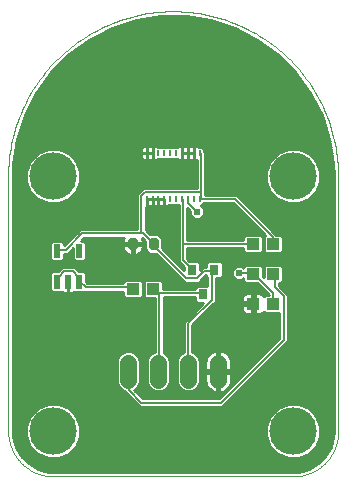
<source format=gtl>
G75*
%MOIN*%
%OFA0B0*%
%FSLAX25Y25*%
%IPPOS*%
%LPD*%
%AMOC8*
5,1,8,0,0,1.08239X$1,22.5*
%
%ADD10R,0.00787X0.01969*%
%ADD11C,0.00000*%
%ADD12C,0.05543*%
%ADD13C,0.15811*%
%ADD14R,0.04331X0.03937*%
%ADD15R,0.03150X0.03543*%
%ADD16C,0.02830*%
%ADD17R,0.02165X0.04724*%
%ADD18C,0.01000*%
%ADD19C,0.02400*%
%ADD20C,0.00600*%
D10*
X0052932Y0111432D03*
X0054901Y0111432D03*
X0056869Y0111432D03*
X0058838Y0111432D03*
X0060806Y0111432D03*
X0062775Y0111432D03*
X0064743Y0111432D03*
X0066712Y0111432D03*
X0068680Y0111432D03*
X0070649Y0111432D03*
X0070649Y0126786D03*
X0068680Y0126786D03*
X0066712Y0126786D03*
X0064743Y0126786D03*
X0062775Y0126786D03*
X0060806Y0126786D03*
X0058838Y0126786D03*
X0056869Y0126786D03*
X0054901Y0126786D03*
X0052932Y0126786D03*
D11*
X0006800Y0119006D02*
X0006816Y0120345D01*
X0006865Y0121684D01*
X0006947Y0123021D01*
X0007061Y0124355D01*
X0007207Y0125687D01*
X0007386Y0127014D01*
X0007597Y0128337D01*
X0007841Y0129654D01*
X0008116Y0130965D01*
X0008423Y0132268D01*
X0008762Y0133564D01*
X0009132Y0134851D01*
X0009533Y0136129D01*
X0009966Y0137397D01*
X0010429Y0138654D01*
X0010923Y0139899D01*
X0011447Y0141132D01*
X0012000Y0142351D01*
X0012584Y0143557D01*
X0013196Y0144748D01*
X0013837Y0145924D01*
X0014507Y0147084D01*
X0015205Y0148227D01*
X0015930Y0149353D01*
X0016683Y0150461D01*
X0017462Y0151551D01*
X0018268Y0152621D01*
X0019099Y0153671D01*
X0019956Y0154700D01*
X0020838Y0155709D01*
X0021743Y0156695D01*
X0022673Y0157659D01*
X0023626Y0158601D01*
X0024601Y0159519D01*
X0025599Y0160412D01*
X0026618Y0161282D01*
X0027658Y0162126D01*
X0028718Y0162944D01*
X0029798Y0163737D01*
X0030896Y0164503D01*
X0032014Y0165242D01*
X0033148Y0165954D01*
X0034300Y0166637D01*
X0035468Y0167293D01*
X0036652Y0167920D01*
X0037850Y0168518D01*
X0039063Y0169086D01*
X0040289Y0169625D01*
X0041528Y0170134D01*
X0042779Y0170612D01*
X0044042Y0171060D01*
X0045314Y0171477D01*
X0046597Y0171863D01*
X0047889Y0172218D01*
X0049189Y0172541D01*
X0050496Y0172832D01*
X0051810Y0173091D01*
X0053130Y0173318D01*
X0054455Y0173513D01*
X0055785Y0173676D01*
X0057118Y0173806D01*
X0058453Y0173904D01*
X0059791Y0173969D01*
X0061130Y0174002D01*
X0062470Y0174002D01*
X0063809Y0173969D01*
X0065147Y0173904D01*
X0066482Y0173806D01*
X0067815Y0173676D01*
X0069145Y0173513D01*
X0070470Y0173318D01*
X0071790Y0173091D01*
X0073104Y0172832D01*
X0074411Y0172541D01*
X0075711Y0172218D01*
X0077003Y0171863D01*
X0078286Y0171477D01*
X0079558Y0171060D01*
X0080821Y0170612D01*
X0082072Y0170134D01*
X0083311Y0169625D01*
X0084537Y0169086D01*
X0085750Y0168518D01*
X0086948Y0167920D01*
X0088132Y0167293D01*
X0089300Y0166637D01*
X0090452Y0165954D01*
X0091586Y0165242D01*
X0092704Y0164503D01*
X0093802Y0163737D01*
X0094882Y0162944D01*
X0095942Y0162126D01*
X0096982Y0161282D01*
X0098001Y0160412D01*
X0098999Y0159519D01*
X0099974Y0158601D01*
X0100927Y0157659D01*
X0101857Y0156695D01*
X0102762Y0155709D01*
X0103644Y0154700D01*
X0104501Y0153671D01*
X0105332Y0152621D01*
X0106138Y0151551D01*
X0106917Y0150461D01*
X0107670Y0149353D01*
X0108395Y0148227D01*
X0109093Y0147084D01*
X0109763Y0145924D01*
X0110404Y0144748D01*
X0111016Y0143557D01*
X0111600Y0142351D01*
X0112153Y0141132D01*
X0112677Y0139899D01*
X0113171Y0138654D01*
X0113634Y0137397D01*
X0114067Y0136129D01*
X0114468Y0134851D01*
X0114838Y0133564D01*
X0115177Y0132268D01*
X0115484Y0130965D01*
X0115759Y0129654D01*
X0116003Y0128337D01*
X0116214Y0127014D01*
X0116393Y0125687D01*
X0116539Y0124355D01*
X0116653Y0123021D01*
X0116735Y0121684D01*
X0116784Y0120345D01*
X0116800Y0119006D01*
X0116800Y0034006D01*
X0116796Y0033644D01*
X0116782Y0033281D01*
X0116761Y0032919D01*
X0116730Y0032558D01*
X0116691Y0032198D01*
X0116643Y0031839D01*
X0116586Y0031481D01*
X0116521Y0031124D01*
X0116447Y0030769D01*
X0116364Y0030416D01*
X0116273Y0030065D01*
X0116174Y0029717D01*
X0116066Y0029371D01*
X0115950Y0029027D01*
X0115825Y0028687D01*
X0115693Y0028350D01*
X0115552Y0028016D01*
X0115403Y0027685D01*
X0115246Y0027358D01*
X0115082Y0027035D01*
X0114910Y0026716D01*
X0114730Y0026402D01*
X0114542Y0026091D01*
X0114347Y0025786D01*
X0114145Y0025485D01*
X0113935Y0025189D01*
X0113719Y0024899D01*
X0113495Y0024613D01*
X0113265Y0024333D01*
X0113028Y0024059D01*
X0112784Y0023791D01*
X0112534Y0023528D01*
X0112278Y0023272D01*
X0112015Y0023022D01*
X0111747Y0022778D01*
X0111473Y0022541D01*
X0111193Y0022311D01*
X0110907Y0022087D01*
X0110617Y0021871D01*
X0110321Y0021661D01*
X0110020Y0021459D01*
X0109715Y0021264D01*
X0109404Y0021076D01*
X0109090Y0020896D01*
X0108771Y0020724D01*
X0108448Y0020560D01*
X0108121Y0020403D01*
X0107790Y0020254D01*
X0107456Y0020113D01*
X0107119Y0019981D01*
X0106779Y0019856D01*
X0106435Y0019740D01*
X0106089Y0019632D01*
X0105741Y0019533D01*
X0105390Y0019442D01*
X0105037Y0019359D01*
X0104682Y0019285D01*
X0104325Y0019220D01*
X0103967Y0019163D01*
X0103608Y0019115D01*
X0103248Y0019076D01*
X0102887Y0019045D01*
X0102525Y0019024D01*
X0102162Y0019010D01*
X0101800Y0019006D01*
X0021800Y0019006D01*
X0021438Y0019010D01*
X0021075Y0019024D01*
X0020713Y0019045D01*
X0020352Y0019076D01*
X0019992Y0019115D01*
X0019633Y0019163D01*
X0019275Y0019220D01*
X0018918Y0019285D01*
X0018563Y0019359D01*
X0018210Y0019442D01*
X0017859Y0019533D01*
X0017511Y0019632D01*
X0017165Y0019740D01*
X0016821Y0019856D01*
X0016481Y0019981D01*
X0016144Y0020113D01*
X0015810Y0020254D01*
X0015479Y0020403D01*
X0015152Y0020560D01*
X0014829Y0020724D01*
X0014510Y0020896D01*
X0014196Y0021076D01*
X0013885Y0021264D01*
X0013580Y0021459D01*
X0013279Y0021661D01*
X0012983Y0021871D01*
X0012693Y0022087D01*
X0012407Y0022311D01*
X0012127Y0022541D01*
X0011853Y0022778D01*
X0011585Y0023022D01*
X0011322Y0023272D01*
X0011066Y0023528D01*
X0010816Y0023791D01*
X0010572Y0024059D01*
X0010335Y0024333D01*
X0010105Y0024613D01*
X0009881Y0024899D01*
X0009665Y0025189D01*
X0009455Y0025485D01*
X0009253Y0025786D01*
X0009058Y0026091D01*
X0008870Y0026402D01*
X0008690Y0026716D01*
X0008518Y0027035D01*
X0008354Y0027358D01*
X0008197Y0027685D01*
X0008048Y0028016D01*
X0007907Y0028350D01*
X0007775Y0028687D01*
X0007650Y0029027D01*
X0007534Y0029371D01*
X0007426Y0029717D01*
X0007327Y0030065D01*
X0007236Y0030416D01*
X0007153Y0030769D01*
X0007079Y0031124D01*
X0007014Y0031481D01*
X0006957Y0031839D01*
X0006909Y0032198D01*
X0006870Y0032558D01*
X0006839Y0032919D01*
X0006818Y0033281D01*
X0006804Y0033644D01*
X0006800Y0034006D01*
X0006800Y0119006D01*
D12*
X0046800Y0056778D02*
X0046800Y0051234D01*
X0056800Y0051234D02*
X0056800Y0056778D01*
X0066800Y0056778D02*
X0066800Y0051234D01*
X0076800Y0051234D02*
X0076800Y0056778D01*
D13*
X0101800Y0034006D03*
X0101800Y0119006D03*
X0021800Y0119006D03*
X0021800Y0034006D03*
D14*
X0048454Y0081506D03*
X0055146Y0081506D03*
X0088454Y0086506D03*
X0095146Y0086506D03*
X0095146Y0076506D03*
X0088454Y0076506D03*
X0088454Y0096506D03*
X0095146Y0096506D03*
D15*
X0075540Y0087943D03*
X0071800Y0079675D03*
X0068060Y0087943D03*
D16*
X0055653Y0095756D02*
X0055653Y0097256D01*
X0055653Y0095756D02*
X0054947Y0095756D01*
X0054947Y0097256D01*
X0055653Y0097256D01*
X0048653Y0097256D02*
X0048653Y0095756D01*
X0047947Y0095756D01*
X0047947Y0097256D01*
X0048653Y0097256D01*
D17*
X0030540Y0094124D03*
X0023060Y0094124D03*
X0023060Y0083888D03*
X0026800Y0083888D03*
X0030540Y0083888D03*
D18*
X0011090Y0025788D02*
X0013582Y0023296D01*
X0016634Y0021534D01*
X0016634Y0021534D01*
X0020038Y0020621D01*
X0021800Y0020506D01*
X0101800Y0020506D01*
X0103562Y0020621D01*
X0106966Y0021534D01*
X0110018Y0023296D01*
X0112510Y0025788D01*
X0114272Y0028840D01*
X0115185Y0032244D01*
X0115300Y0034006D01*
X0115300Y0119006D01*
X0115135Y0123203D01*
X0113822Y0131495D01*
X0111228Y0139479D01*
X0107416Y0146960D01*
X0102482Y0153751D01*
X0096545Y0159688D01*
X0089754Y0164622D01*
X0082274Y0168433D01*
X0074289Y0171028D01*
X0065998Y0172341D01*
X0057602Y0172341D01*
X0049311Y0171028D01*
X0041326Y0168433D01*
X0033846Y0164622D01*
X0027055Y0159688D01*
X0021118Y0153751D01*
X0016184Y0146960D01*
X0012372Y0139479D01*
X0009778Y0131495D01*
X0008465Y0123203D01*
X0008300Y0119006D01*
X0008300Y0034006D01*
X0008415Y0032244D01*
X0009328Y0028840D01*
X0011090Y0025788D01*
X0010970Y0025995D02*
X0017606Y0025995D01*
X0016699Y0026371D02*
X0020009Y0025000D01*
X0023591Y0025000D01*
X0026901Y0026371D01*
X0029434Y0028905D01*
X0030805Y0032215D01*
X0030805Y0035797D01*
X0029434Y0039107D01*
X0026901Y0041640D01*
X0023591Y0043011D01*
X0020009Y0043011D01*
X0016699Y0041640D01*
X0014165Y0039107D01*
X0012794Y0035797D01*
X0012794Y0032215D01*
X0014165Y0028905D01*
X0016699Y0026371D01*
X0016076Y0026994D02*
X0010393Y0026994D01*
X0009817Y0027993D02*
X0015078Y0027993D01*
X0014130Y0028991D02*
X0009287Y0028991D01*
X0009020Y0029990D02*
X0013716Y0029990D01*
X0013303Y0030988D02*
X0008752Y0030988D01*
X0008484Y0031987D02*
X0012889Y0031987D01*
X0012794Y0032985D02*
X0008367Y0032985D01*
X0008301Y0033984D02*
X0012794Y0033984D01*
X0012794Y0034982D02*
X0008300Y0034982D01*
X0008300Y0035981D02*
X0012870Y0035981D01*
X0013284Y0036979D02*
X0008300Y0036979D01*
X0008300Y0037978D02*
X0013698Y0037978D01*
X0014111Y0038976D02*
X0008300Y0038976D01*
X0008300Y0039975D02*
X0015033Y0039975D01*
X0016032Y0040973D02*
X0008300Y0040973D01*
X0008300Y0041972D02*
X0017499Y0041972D01*
X0019909Y0042970D02*
X0008300Y0042970D01*
X0008300Y0043969D02*
X0048857Y0043969D01*
X0047859Y0044967D02*
X0008300Y0044967D01*
X0008300Y0045966D02*
X0046860Y0045966D01*
X0045862Y0046964D02*
X0008300Y0046964D01*
X0008300Y0047963D02*
X0044596Y0047963D01*
X0044607Y0047952D02*
X0045600Y0047541D01*
X0045600Y0047226D01*
X0050620Y0042206D01*
X0078180Y0042206D01*
X0079000Y0043026D01*
X0100000Y0064026D01*
X0100000Y0079586D01*
X0099180Y0080406D01*
X0097000Y0082586D01*
X0097000Y0083437D01*
X0097767Y0083437D01*
X0098412Y0084082D01*
X0098412Y0088930D01*
X0097767Y0089574D01*
X0092525Y0089574D01*
X0091881Y0088930D01*
X0091881Y0085305D01*
X0091719Y0085467D01*
X0091719Y0088930D01*
X0091075Y0089574D01*
X0085833Y0089574D01*
X0085188Y0088930D01*
X0085188Y0088470D01*
X0084553Y0089106D01*
X0082647Y0089106D01*
X0081300Y0087759D01*
X0081300Y0085853D01*
X0082647Y0084506D01*
X0084553Y0084506D01*
X0085188Y0085141D01*
X0085188Y0084082D01*
X0085833Y0083437D01*
X0089789Y0083437D01*
X0093600Y0079626D01*
X0093600Y0079574D01*
X0092525Y0079574D01*
X0092012Y0079061D01*
X0091819Y0079395D01*
X0091540Y0079675D01*
X0091198Y0079872D01*
X0090816Y0079974D01*
X0088938Y0079974D01*
X0088938Y0076990D01*
X0087969Y0076990D01*
X0087969Y0076022D01*
X0084788Y0076022D01*
X0084788Y0074340D01*
X0084890Y0073958D01*
X0085088Y0073616D01*
X0085367Y0073337D01*
X0085709Y0073140D01*
X0086091Y0073037D01*
X0087969Y0073037D01*
X0087969Y0076022D01*
X0088938Y0076022D01*
X0088938Y0073037D01*
X0090816Y0073037D01*
X0091198Y0073140D01*
X0091540Y0073337D01*
X0091819Y0073616D01*
X0092012Y0073951D01*
X0092525Y0073437D01*
X0097200Y0073437D01*
X0097200Y0065186D01*
X0077020Y0045006D01*
X0051780Y0045006D01*
X0048880Y0047905D01*
X0048993Y0047952D01*
X0050082Y0049041D01*
X0050672Y0050464D01*
X0050672Y0057548D01*
X0050082Y0058971D01*
X0048993Y0060060D01*
X0047570Y0060649D01*
X0046030Y0060649D01*
X0044607Y0060060D01*
X0043518Y0058971D01*
X0042928Y0057548D01*
X0042928Y0050464D01*
X0043518Y0049041D01*
X0044607Y0047952D01*
X0043598Y0048961D02*
X0008300Y0048961D01*
X0008300Y0049960D02*
X0043137Y0049960D01*
X0042928Y0050958D02*
X0008300Y0050958D01*
X0008300Y0051957D02*
X0042928Y0051957D01*
X0042928Y0052955D02*
X0008300Y0052955D01*
X0008300Y0053954D02*
X0042928Y0053954D01*
X0042928Y0054952D02*
X0008300Y0054952D01*
X0008300Y0055951D02*
X0042928Y0055951D01*
X0042928Y0056949D02*
X0008300Y0056949D01*
X0008300Y0057948D02*
X0043094Y0057948D01*
X0043508Y0058946D02*
X0008300Y0058946D01*
X0008300Y0059945D02*
X0044492Y0059945D01*
X0049108Y0059945D02*
X0054492Y0059945D01*
X0054607Y0060060D02*
X0053518Y0058971D01*
X0052928Y0057548D01*
X0052928Y0050464D01*
X0053518Y0049041D01*
X0054607Y0047952D01*
X0056030Y0047363D01*
X0057570Y0047363D01*
X0058993Y0047952D01*
X0060082Y0049041D01*
X0060672Y0050464D01*
X0060672Y0057548D01*
X0060082Y0058971D01*
X0058993Y0060060D01*
X0058600Y0060223D01*
X0058600Y0078806D01*
X0069125Y0078806D01*
X0069125Y0077448D01*
X0069770Y0076804D01*
X0071618Y0076804D01*
X0065400Y0070586D01*
X0065400Y0060388D01*
X0064607Y0060060D01*
X0063518Y0058971D01*
X0062928Y0057548D01*
X0062928Y0050464D01*
X0063518Y0049041D01*
X0064607Y0047952D01*
X0066030Y0047363D01*
X0067570Y0047363D01*
X0068993Y0047952D01*
X0070082Y0049041D01*
X0070672Y0050464D01*
X0070672Y0057548D01*
X0070082Y0058971D01*
X0068993Y0060060D01*
X0068200Y0060388D01*
X0068200Y0069426D01*
X0075180Y0076406D01*
X0076000Y0077226D01*
X0076000Y0085071D01*
X0077571Y0085071D01*
X0078215Y0085716D01*
X0078215Y0090170D01*
X0077571Y0090815D01*
X0073510Y0090815D01*
X0072865Y0090170D01*
X0072865Y0088806D01*
X0071620Y0088806D01*
X0070735Y0087920D01*
X0070735Y0090170D01*
X0070090Y0090815D01*
X0067171Y0090815D01*
X0066400Y0091586D01*
X0066400Y0095006D01*
X0085188Y0095006D01*
X0085188Y0094082D01*
X0085833Y0093437D01*
X0091075Y0093437D01*
X0091719Y0094082D01*
X0091719Y0098930D01*
X0091075Y0099574D01*
X0085833Y0099574D01*
X0085188Y0098930D01*
X0085188Y0097806D01*
X0066400Y0097806D01*
X0066400Y0108626D01*
X0067500Y0107526D01*
X0067500Y0106253D01*
X0068847Y0104906D01*
X0070753Y0104906D01*
X0072100Y0106253D01*
X0072100Y0108159D01*
X0070911Y0109348D01*
X0071498Y0109348D01*
X0072143Y0109992D01*
X0072143Y0110006D01*
X0081820Y0110006D01*
X0092389Y0099437D01*
X0091881Y0098930D01*
X0091881Y0094082D01*
X0092525Y0093437D01*
X0097767Y0093437D01*
X0098412Y0094082D01*
X0098412Y0098930D01*
X0097767Y0099574D01*
X0096211Y0099574D01*
X0083800Y0111986D01*
X0082980Y0112806D01*
X0072400Y0112806D01*
X0072400Y0126378D01*
X0072422Y0126930D01*
X0072400Y0126953D01*
X0072400Y0126986D01*
X0072143Y0127243D01*
X0072143Y0128226D01*
X0071498Y0128870D01*
X0070095Y0128870D01*
X0069995Y0128971D01*
X0069653Y0129168D01*
X0069271Y0129270D01*
X0068680Y0129270D01*
X0068089Y0129270D01*
X0067708Y0129168D01*
X0067696Y0129162D01*
X0067684Y0129168D01*
X0067303Y0129270D01*
X0066712Y0129270D01*
X0066712Y0126786D01*
X0066712Y0124302D01*
X0067303Y0124302D01*
X0067684Y0124404D01*
X0067696Y0124411D01*
X0067708Y0124404D01*
X0068089Y0124302D01*
X0068680Y0124302D01*
X0068680Y0126786D01*
X0066787Y0126786D01*
X0066712Y0126786D01*
X0066712Y0126786D01*
X0066712Y0126786D01*
X0066712Y0124302D01*
X0066121Y0124302D01*
X0065739Y0124404D01*
X0065728Y0124411D01*
X0065716Y0124404D01*
X0065334Y0124302D01*
X0064743Y0124302D01*
X0064743Y0126786D01*
X0064743Y0126786D01*
X0064743Y0124302D01*
X0064152Y0124302D01*
X0063771Y0124404D01*
X0063429Y0124602D01*
X0063328Y0124702D01*
X0061925Y0124702D01*
X0061791Y0124837D01*
X0061656Y0124702D01*
X0059957Y0124702D01*
X0059822Y0124837D01*
X0059687Y0124702D01*
X0057988Y0124702D01*
X0057854Y0124837D01*
X0057719Y0124702D01*
X0056316Y0124702D01*
X0056216Y0124602D01*
X0055873Y0124404D01*
X0055492Y0124302D01*
X0054901Y0124302D01*
X0054901Y0126786D01*
X0054901Y0126786D01*
X0054901Y0124302D01*
X0054310Y0124302D01*
X0053928Y0124404D01*
X0053917Y0124411D01*
X0053905Y0124404D01*
X0053523Y0124302D01*
X0052932Y0124302D01*
X0052932Y0126786D01*
X0051039Y0126786D01*
X0051039Y0125604D01*
X0051141Y0125223D01*
X0051338Y0124881D01*
X0051618Y0124602D01*
X0051960Y0124404D01*
X0052341Y0124302D01*
X0052932Y0124302D01*
X0052932Y0126786D01*
X0052932Y0126786D01*
X0052932Y0126786D01*
X0051039Y0126786D01*
X0051039Y0127968D01*
X0051141Y0128349D01*
X0051338Y0128691D01*
X0051618Y0128971D01*
X0051960Y0129168D01*
X0052341Y0129270D01*
X0052932Y0129270D01*
X0052932Y0126786D01*
X0052932Y0126786D01*
X0052932Y0126786D01*
X0053007Y0126786D01*
X0054901Y0126786D01*
X0054901Y0126786D01*
X0054901Y0129270D01*
X0055492Y0129270D01*
X0055873Y0129168D01*
X0056216Y0128971D01*
X0056316Y0128870D01*
X0057719Y0128870D01*
X0057854Y0128736D01*
X0057988Y0128870D01*
X0059687Y0128870D01*
X0059822Y0128736D01*
X0059957Y0128870D01*
X0061656Y0128870D01*
X0061791Y0128736D01*
X0061925Y0128870D01*
X0063328Y0128870D01*
X0063429Y0128971D01*
X0063771Y0129168D01*
X0064152Y0129270D01*
X0064743Y0129270D01*
X0064743Y0126786D01*
X0064743Y0126786D01*
X0064743Y0126786D01*
X0064818Y0126786D01*
X0066712Y0126786D01*
X0068680Y0126786D01*
X0068680Y0126786D01*
X0068680Y0126786D01*
X0068680Y0124302D01*
X0069271Y0124302D01*
X0069600Y0124390D01*
X0069600Y0115206D01*
X0051820Y0115206D01*
X0050620Y0114006D01*
X0049800Y0113186D01*
X0049800Y0101406D01*
X0030820Y0101406D01*
X0030000Y0100586D01*
X0025420Y0096006D01*
X0025243Y0096006D01*
X0025243Y0096942D01*
X0024598Y0097586D01*
X0021522Y0097586D01*
X0020877Y0096942D01*
X0020877Y0091306D01*
X0021522Y0090662D01*
X0024598Y0090662D01*
X0025243Y0091306D01*
X0025243Y0093206D01*
X0026580Y0093206D01*
X0028357Y0094984D01*
X0028357Y0091306D01*
X0029002Y0090662D01*
X0032078Y0090662D01*
X0032723Y0091306D01*
X0032723Y0096942D01*
X0032078Y0097586D01*
X0030960Y0097586D01*
X0031980Y0098606D01*
X0045350Y0098606D01*
X0045144Y0098107D01*
X0045031Y0097544D01*
X0045031Y0096890D01*
X0047916Y0096890D01*
X0047916Y0096122D01*
X0045031Y0096122D01*
X0045031Y0095468D01*
X0045144Y0094905D01*
X0045363Y0094375D01*
X0045682Y0093897D01*
X0046088Y0093491D01*
X0046566Y0093172D01*
X0047096Y0092953D01*
X0047659Y0092841D01*
X0047916Y0092841D01*
X0047916Y0096122D01*
X0048684Y0096122D01*
X0048684Y0096890D01*
X0051568Y0096890D01*
X0051568Y0097544D01*
X0051456Y0098107D01*
X0051271Y0098555D01*
X0052431Y0097395D01*
X0052431Y0095255D01*
X0052814Y0094331D01*
X0053522Y0093623D01*
X0054446Y0093241D01*
X0055985Y0093241D01*
X0065620Y0083606D01*
X0070380Y0083606D01*
X0071200Y0084426D01*
X0072780Y0086006D01*
X0072865Y0086006D01*
X0072865Y0085716D01*
X0073200Y0085381D01*
X0073200Y0082547D01*
X0069770Y0082547D01*
X0069125Y0081902D01*
X0069125Y0081606D01*
X0058412Y0081606D01*
X0058412Y0083930D01*
X0057767Y0084574D01*
X0052525Y0084574D01*
X0051881Y0083930D01*
X0051881Y0079082D01*
X0052525Y0078437D01*
X0055800Y0078437D01*
X0055800Y0060554D01*
X0054607Y0060060D01*
X0055800Y0060943D02*
X0008300Y0060943D01*
X0008300Y0061942D02*
X0055800Y0061942D01*
X0055800Y0062940D02*
X0008300Y0062940D01*
X0008300Y0063939D02*
X0055800Y0063939D01*
X0055800Y0064937D02*
X0008300Y0064937D01*
X0008300Y0065936D02*
X0055800Y0065936D01*
X0055800Y0066934D02*
X0008300Y0066934D01*
X0008300Y0067933D02*
X0055800Y0067933D01*
X0055800Y0068931D02*
X0008300Y0068931D01*
X0008300Y0069930D02*
X0055800Y0069930D01*
X0055800Y0070928D02*
X0008300Y0070928D01*
X0008300Y0071927D02*
X0055800Y0071927D01*
X0055800Y0072926D02*
X0008300Y0072926D01*
X0008300Y0073924D02*
X0055800Y0073924D01*
X0055800Y0074923D02*
X0008300Y0074923D01*
X0008300Y0075921D02*
X0055800Y0075921D01*
X0055800Y0076920D02*
X0008300Y0076920D01*
X0008300Y0077918D02*
X0055800Y0077918D01*
X0058600Y0077918D02*
X0069125Y0077918D01*
X0069654Y0076920D02*
X0058600Y0076920D01*
X0058600Y0075921D02*
X0070735Y0075921D01*
X0069737Y0074923D02*
X0058600Y0074923D01*
X0058600Y0073924D02*
X0068738Y0073924D01*
X0067740Y0072926D02*
X0058600Y0072926D01*
X0058600Y0071927D02*
X0066741Y0071927D01*
X0065743Y0070928D02*
X0058600Y0070928D01*
X0058600Y0069930D02*
X0065400Y0069930D01*
X0065400Y0068931D02*
X0058600Y0068931D01*
X0058600Y0067933D02*
X0065400Y0067933D01*
X0065400Y0066934D02*
X0058600Y0066934D01*
X0058600Y0065936D02*
X0065400Y0065936D01*
X0065400Y0064937D02*
X0058600Y0064937D01*
X0058600Y0063939D02*
X0065400Y0063939D01*
X0065400Y0062940D02*
X0058600Y0062940D01*
X0058600Y0061942D02*
X0065400Y0061942D01*
X0065400Y0060943D02*
X0058600Y0060943D01*
X0059108Y0059945D02*
X0064492Y0059945D01*
X0063508Y0058946D02*
X0060092Y0058946D01*
X0060506Y0057948D02*
X0063094Y0057948D01*
X0062928Y0056949D02*
X0060672Y0056949D01*
X0060672Y0055951D02*
X0062928Y0055951D01*
X0062928Y0054952D02*
X0060672Y0054952D01*
X0060672Y0053954D02*
X0062928Y0053954D01*
X0062928Y0052955D02*
X0060672Y0052955D01*
X0060672Y0051957D02*
X0062928Y0051957D01*
X0062928Y0050958D02*
X0060672Y0050958D01*
X0060463Y0049960D02*
X0063137Y0049960D01*
X0063598Y0048961D02*
X0060002Y0048961D01*
X0059004Y0047963D02*
X0064596Y0047963D01*
X0069004Y0047963D02*
X0074035Y0047963D01*
X0074017Y0047976D02*
X0074561Y0047581D01*
X0075160Y0047276D01*
X0075800Y0047068D01*
X0076414Y0046970D01*
X0076414Y0053620D01*
X0072528Y0053620D01*
X0072528Y0050898D01*
X0072634Y0050234D01*
X0072841Y0049595D01*
X0073147Y0048995D01*
X0073542Y0048451D01*
X0074017Y0047976D01*
X0073171Y0048961D02*
X0070002Y0048961D01*
X0070463Y0049960D02*
X0072723Y0049960D01*
X0072528Y0050958D02*
X0070672Y0050958D01*
X0070672Y0051957D02*
X0072528Y0051957D01*
X0072528Y0052955D02*
X0070672Y0052955D01*
X0070672Y0053954D02*
X0076414Y0053954D01*
X0076414Y0053620D02*
X0076414Y0054392D01*
X0076414Y0061041D01*
X0075800Y0060944D01*
X0075160Y0060736D01*
X0074561Y0060431D01*
X0074017Y0060036D01*
X0073542Y0059560D01*
X0073147Y0059016D01*
X0072841Y0058417D01*
X0072634Y0057778D01*
X0072528Y0057114D01*
X0072528Y0054392D01*
X0076414Y0054392D01*
X0077186Y0054392D01*
X0077186Y0061041D01*
X0077800Y0060944D01*
X0078440Y0060736D01*
X0079039Y0060431D01*
X0079583Y0060036D01*
X0080058Y0059560D01*
X0080453Y0059016D01*
X0080759Y0058417D01*
X0080966Y0057778D01*
X0081072Y0057114D01*
X0081072Y0054392D01*
X0077186Y0054392D01*
X0077186Y0053620D01*
X0081072Y0053620D01*
X0081072Y0050898D01*
X0080966Y0050234D01*
X0080759Y0049595D01*
X0080453Y0048995D01*
X0080058Y0048451D01*
X0079583Y0047976D01*
X0079039Y0047581D01*
X0078440Y0047276D01*
X0077800Y0047068D01*
X0077186Y0046970D01*
X0077186Y0053620D01*
X0076414Y0053620D01*
X0076414Y0052955D02*
X0077186Y0052955D01*
X0077186Y0051957D02*
X0076414Y0051957D01*
X0076414Y0050958D02*
X0077186Y0050958D01*
X0077186Y0049960D02*
X0076414Y0049960D01*
X0076414Y0048961D02*
X0077186Y0048961D01*
X0077186Y0047963D02*
X0076414Y0047963D01*
X0077980Y0045966D02*
X0050820Y0045966D01*
X0049822Y0046964D02*
X0078978Y0046964D01*
X0079565Y0047963D02*
X0079977Y0047963D01*
X0080429Y0048961D02*
X0080975Y0048961D01*
X0080877Y0049960D02*
X0081974Y0049960D01*
X0081072Y0050958D02*
X0082972Y0050958D01*
X0083971Y0051957D02*
X0081072Y0051957D01*
X0081072Y0052955D02*
X0084969Y0052955D01*
X0085968Y0053954D02*
X0077186Y0053954D01*
X0077186Y0054952D02*
X0076414Y0054952D01*
X0076414Y0055951D02*
X0077186Y0055951D01*
X0077186Y0056949D02*
X0076414Y0056949D01*
X0076414Y0057948D02*
X0077186Y0057948D01*
X0077186Y0058946D02*
X0076414Y0058946D01*
X0076414Y0059945D02*
X0077186Y0059945D01*
X0077186Y0060943D02*
X0076414Y0060943D01*
X0075798Y0060943D02*
X0068200Y0060943D01*
X0068200Y0061942D02*
X0093956Y0061942D01*
X0094955Y0062940D02*
X0068200Y0062940D01*
X0068200Y0063939D02*
X0095953Y0063939D01*
X0096952Y0064937D02*
X0068200Y0064937D01*
X0068200Y0065936D02*
X0097200Y0065936D01*
X0097200Y0066934D02*
X0068200Y0066934D01*
X0068200Y0067933D02*
X0097200Y0067933D01*
X0097200Y0068931D02*
X0068200Y0068931D01*
X0068704Y0069930D02*
X0097200Y0069930D01*
X0097200Y0070928D02*
X0069702Y0070928D01*
X0070701Y0071927D02*
X0097200Y0071927D01*
X0097200Y0072926D02*
X0071700Y0072926D01*
X0072698Y0073924D02*
X0084910Y0073924D01*
X0084788Y0074923D02*
X0073697Y0074923D01*
X0074695Y0075921D02*
X0084788Y0075921D01*
X0084788Y0076990D02*
X0087969Y0076990D01*
X0087969Y0079974D01*
X0086091Y0079974D01*
X0085709Y0079872D01*
X0085367Y0079675D01*
X0085088Y0079395D01*
X0084890Y0079053D01*
X0084788Y0078672D01*
X0084788Y0076990D01*
X0084788Y0077918D02*
X0076000Y0077918D01*
X0076000Y0078917D02*
X0084854Y0078917D01*
X0085869Y0079915D02*
X0076000Y0079915D01*
X0076000Y0080914D02*
X0092312Y0080914D01*
X0091314Y0081912D02*
X0076000Y0081912D01*
X0076000Y0082911D02*
X0090315Y0082911D01*
X0091038Y0079915D02*
X0093311Y0079915D01*
X0097000Y0082911D02*
X0115300Y0082911D01*
X0115300Y0083909D02*
X0098239Y0083909D01*
X0098412Y0084908D02*
X0115300Y0084908D01*
X0115300Y0085906D02*
X0098412Y0085906D01*
X0098412Y0086905D02*
X0115300Y0086905D01*
X0115300Y0087903D02*
X0098412Y0087903D01*
X0098412Y0088902D02*
X0115300Y0088902D01*
X0115300Y0089900D02*
X0078215Y0089900D01*
X0078215Y0088902D02*
X0082443Y0088902D01*
X0081445Y0087903D02*
X0078215Y0087903D01*
X0078215Y0086905D02*
X0081300Y0086905D01*
X0081300Y0085906D02*
X0078215Y0085906D01*
X0076000Y0084908D02*
X0082246Y0084908D01*
X0084954Y0084908D02*
X0085188Y0084908D01*
X0085361Y0083909D02*
X0076000Y0083909D01*
X0073200Y0083909D02*
X0070683Y0083909D01*
X0071682Y0084908D02*
X0073200Y0084908D01*
X0072865Y0085906D02*
X0072680Y0085906D01*
X0072865Y0088902D02*
X0070735Y0088902D01*
X0070735Y0089900D02*
X0072865Y0089900D01*
X0067087Y0090899D02*
X0115300Y0090899D01*
X0115300Y0091897D02*
X0066400Y0091897D01*
X0066400Y0092896D02*
X0115300Y0092896D01*
X0115300Y0093894D02*
X0098224Y0093894D01*
X0098412Y0094893D02*
X0115300Y0094893D01*
X0115300Y0095891D02*
X0098412Y0095891D01*
X0098412Y0096890D02*
X0115300Y0096890D01*
X0115300Y0097888D02*
X0098412Y0097888D01*
X0098412Y0098887D02*
X0115300Y0098887D01*
X0115300Y0099885D02*
X0095900Y0099885D01*
X0094902Y0100884D02*
X0115300Y0100884D01*
X0115300Y0101882D02*
X0093903Y0101882D01*
X0092905Y0102881D02*
X0115300Y0102881D01*
X0115300Y0103879D02*
X0091906Y0103879D01*
X0090908Y0104878D02*
X0115300Y0104878D01*
X0115300Y0105876D02*
X0089909Y0105876D01*
X0088911Y0106875D02*
X0115300Y0106875D01*
X0115300Y0107873D02*
X0087912Y0107873D01*
X0086914Y0108872D02*
X0115300Y0108872D01*
X0115300Y0109870D02*
X0085915Y0109870D01*
X0084917Y0110869D02*
X0097912Y0110869D01*
X0096699Y0111371D02*
X0100009Y0110000D01*
X0103591Y0110000D01*
X0106901Y0111371D01*
X0109434Y0113905D01*
X0110805Y0117215D01*
X0110805Y0120797D01*
X0109434Y0124107D01*
X0106901Y0126640D01*
X0103591Y0128011D01*
X0100009Y0128011D01*
X0096699Y0126640D01*
X0094165Y0124107D01*
X0092794Y0120797D01*
X0092794Y0117215D01*
X0094165Y0113905D01*
X0096699Y0111371D01*
X0096203Y0111867D02*
X0083918Y0111867D01*
X0081956Y0109870D02*
X0072021Y0109870D01*
X0071387Y0108872D02*
X0082954Y0108872D01*
X0083953Y0107873D02*
X0072100Y0107873D01*
X0072100Y0106875D02*
X0084951Y0106875D01*
X0085950Y0105876D02*
X0071723Y0105876D01*
X0067877Y0105876D02*
X0066400Y0105876D01*
X0066400Y0104878D02*
X0086948Y0104878D01*
X0087947Y0103879D02*
X0066400Y0103879D01*
X0066400Y0102881D02*
X0088945Y0102881D01*
X0089944Y0101882D02*
X0066400Y0101882D01*
X0066400Y0100884D02*
X0090942Y0100884D01*
X0091941Y0099885D02*
X0066400Y0099885D01*
X0066400Y0098887D02*
X0085188Y0098887D01*
X0085188Y0097888D02*
X0066400Y0097888D01*
X0063600Y0097888D02*
X0058114Y0097888D01*
X0058168Y0097757D02*
X0057786Y0098681D01*
X0057078Y0099388D01*
X0056154Y0099771D01*
X0054446Y0099771D01*
X0054141Y0099645D01*
X0052600Y0101186D01*
X0052600Y0108948D01*
X0052932Y0108948D01*
X0052932Y0111432D01*
X0052932Y0111432D01*
X0052932Y0108948D01*
X0053523Y0108948D01*
X0053905Y0109050D01*
X0053917Y0109057D01*
X0053928Y0109050D01*
X0054310Y0108948D01*
X0054901Y0108948D01*
X0055492Y0108948D01*
X0055873Y0109050D01*
X0055885Y0109057D01*
X0055897Y0109050D01*
X0056278Y0108948D01*
X0056869Y0108948D01*
X0056869Y0111432D01*
X0056869Y0111432D01*
X0054901Y0111432D01*
X0054901Y0111432D01*
X0054976Y0111432D01*
X0056869Y0111432D01*
X0056869Y0111432D01*
X0056869Y0108948D01*
X0057460Y0108948D01*
X0057842Y0109050D01*
X0057854Y0109057D01*
X0057865Y0109050D01*
X0058247Y0108948D01*
X0058838Y0108948D01*
X0059429Y0108948D01*
X0059810Y0109050D01*
X0060153Y0109247D01*
X0060253Y0109348D01*
X0061656Y0109348D01*
X0061791Y0109483D01*
X0061925Y0109348D01*
X0063600Y0109348D01*
X0063600Y0090426D01*
X0065385Y0088641D01*
X0065385Y0087801D01*
X0058099Y0095087D01*
X0058168Y0095255D01*
X0058168Y0097757D01*
X0058168Y0096890D02*
X0063600Y0096890D01*
X0063600Y0095891D02*
X0058168Y0095891D01*
X0058293Y0094893D02*
X0063600Y0094893D01*
X0063600Y0093894D02*
X0059292Y0093894D01*
X0060290Y0092896D02*
X0063600Y0092896D01*
X0063600Y0091897D02*
X0061289Y0091897D01*
X0062287Y0090899D02*
X0063600Y0090899D01*
X0063286Y0089900D02*
X0064126Y0089900D01*
X0064284Y0088902D02*
X0065124Y0088902D01*
X0065283Y0087903D02*
X0065385Y0087903D01*
X0063320Y0085906D02*
X0032723Y0085906D01*
X0032723Y0086706D02*
X0032078Y0087350D01*
X0030436Y0087350D01*
X0028980Y0088806D01*
X0024820Y0088806D01*
X0024000Y0087986D01*
X0023364Y0087350D01*
X0021522Y0087350D01*
X0020877Y0086706D01*
X0020877Y0081070D01*
X0021522Y0080426D01*
X0024598Y0080426D01*
X0024647Y0080475D01*
X0024796Y0080325D01*
X0025138Y0080128D01*
X0025520Y0080026D01*
X0026759Y0080026D01*
X0026759Y0083846D01*
X0026841Y0083846D01*
X0026841Y0080026D01*
X0028080Y0080026D01*
X0028462Y0080128D01*
X0028804Y0080325D01*
X0028953Y0080475D01*
X0029002Y0080426D01*
X0032078Y0080426D01*
X0032259Y0080606D01*
X0045188Y0080606D01*
X0045188Y0079082D01*
X0045833Y0078437D01*
X0051075Y0078437D01*
X0051719Y0079082D01*
X0051719Y0083930D01*
X0051075Y0084574D01*
X0045833Y0084574D01*
X0045188Y0083930D01*
X0045188Y0083406D01*
X0033180Y0083406D01*
X0032723Y0083863D01*
X0032723Y0086706D01*
X0032524Y0086905D02*
X0062321Y0086905D01*
X0061323Y0087903D02*
X0029883Y0087903D01*
X0028765Y0090899D02*
X0024835Y0090899D01*
X0025243Y0091897D02*
X0028357Y0091897D01*
X0028357Y0092896D02*
X0025243Y0092896D01*
X0027268Y0093894D02*
X0028357Y0093894D01*
X0028357Y0094893D02*
X0028267Y0094893D01*
X0026304Y0096890D02*
X0025243Y0096890D01*
X0027302Y0097888D02*
X0008300Y0097888D01*
X0008300Y0096890D02*
X0020877Y0096890D01*
X0020877Y0095891D02*
X0008300Y0095891D01*
X0008300Y0094893D02*
X0020877Y0094893D01*
X0020877Y0093894D02*
X0008300Y0093894D01*
X0008300Y0092896D02*
X0020877Y0092896D01*
X0020877Y0091897D02*
X0008300Y0091897D01*
X0008300Y0090899D02*
X0021285Y0090899D01*
X0023917Y0087903D02*
X0008300Y0087903D01*
X0008300Y0086905D02*
X0021076Y0086905D01*
X0020877Y0085906D02*
X0008300Y0085906D01*
X0008300Y0084908D02*
X0020877Y0084908D01*
X0020877Y0083909D02*
X0008300Y0083909D01*
X0008300Y0082911D02*
X0020877Y0082911D01*
X0020877Y0081912D02*
X0008300Y0081912D01*
X0008300Y0080914D02*
X0021034Y0080914D01*
X0026759Y0080914D02*
X0026841Y0080914D01*
X0026841Y0081912D02*
X0026759Y0081912D01*
X0026759Y0082911D02*
X0026841Y0082911D01*
X0032723Y0083909D02*
X0045188Y0083909D01*
X0045188Y0079915D02*
X0008300Y0079915D01*
X0008300Y0078917D02*
X0045353Y0078917D01*
X0051554Y0078917D02*
X0052046Y0078917D01*
X0051881Y0079915D02*
X0051719Y0079915D01*
X0051719Y0080914D02*
X0051881Y0080914D01*
X0051881Y0081912D02*
X0051719Y0081912D01*
X0051719Y0082911D02*
X0051881Y0082911D01*
X0051881Y0083909D02*
X0051719Y0083909D01*
X0049504Y0092953D02*
X0048941Y0092841D01*
X0048684Y0092841D01*
X0048684Y0096122D01*
X0051568Y0096122D01*
X0051568Y0095468D01*
X0051456Y0094905D01*
X0051237Y0094375D01*
X0050918Y0093897D01*
X0050512Y0093491D01*
X0050034Y0093172D01*
X0049504Y0092953D01*
X0049218Y0092896D02*
X0056330Y0092896D01*
X0057329Y0091897D02*
X0032723Y0091897D01*
X0032723Y0092896D02*
X0047382Y0092896D01*
X0047916Y0092896D02*
X0048684Y0092896D01*
X0048684Y0093894D02*
X0047916Y0093894D01*
X0047916Y0094893D02*
X0048684Y0094893D01*
X0048684Y0095891D02*
X0047916Y0095891D01*
X0047916Y0096890D02*
X0032723Y0096890D01*
X0032723Y0095891D02*
X0045031Y0095891D01*
X0045149Y0094893D02*
X0032723Y0094893D01*
X0032723Y0093894D02*
X0045685Y0093894D01*
X0045100Y0097888D02*
X0031262Y0097888D01*
X0030298Y0100884D02*
X0008300Y0100884D01*
X0008300Y0101882D02*
X0049800Y0101882D01*
X0049800Y0102881D02*
X0008300Y0102881D01*
X0008300Y0103879D02*
X0049800Y0103879D01*
X0049800Y0104878D02*
X0008300Y0104878D01*
X0008300Y0105876D02*
X0049800Y0105876D01*
X0049800Y0106875D02*
X0008300Y0106875D01*
X0008300Y0107873D02*
X0049800Y0107873D01*
X0049800Y0108872D02*
X0008300Y0108872D01*
X0008300Y0109870D02*
X0049800Y0109870D01*
X0049800Y0110869D02*
X0025688Y0110869D01*
X0026901Y0111371D02*
X0023591Y0110000D01*
X0020009Y0110000D01*
X0016699Y0111371D01*
X0014165Y0113905D01*
X0012794Y0117215D01*
X0012794Y0120797D01*
X0014165Y0124107D01*
X0016699Y0126640D01*
X0020009Y0128011D01*
X0023591Y0128011D01*
X0026901Y0126640D01*
X0029434Y0124107D01*
X0030805Y0120797D01*
X0030805Y0117215D01*
X0029434Y0113905D01*
X0026901Y0111371D01*
X0027397Y0111867D02*
X0049800Y0111867D01*
X0049800Y0112866D02*
X0028396Y0112866D01*
X0029394Y0113864D02*
X0050479Y0113864D01*
X0051477Y0114863D02*
X0029831Y0114863D01*
X0030245Y0115862D02*
X0069600Y0115862D01*
X0069600Y0116860D02*
X0030659Y0116860D01*
X0030805Y0117859D02*
X0069600Y0117859D01*
X0069600Y0118857D02*
X0030805Y0118857D01*
X0030805Y0119856D02*
X0069600Y0119856D01*
X0069600Y0120854D02*
X0030782Y0120854D01*
X0030368Y0121853D02*
X0069600Y0121853D01*
X0069600Y0122851D02*
X0029955Y0122851D01*
X0029541Y0123850D02*
X0069600Y0123850D01*
X0068680Y0124848D02*
X0068680Y0124848D01*
X0068680Y0125847D02*
X0068680Y0125847D01*
X0068680Y0126786D02*
X0068680Y0129270D01*
X0068680Y0126786D01*
X0068680Y0126786D01*
X0068680Y0126845D02*
X0068680Y0126845D01*
X0068680Y0127844D02*
X0068680Y0127844D01*
X0068680Y0128842D02*
X0068680Y0128842D01*
X0066712Y0128842D02*
X0066712Y0128842D01*
X0066712Y0129270D02*
X0066121Y0129270D01*
X0065739Y0129168D01*
X0065728Y0129162D01*
X0065716Y0129168D01*
X0065334Y0129270D01*
X0064743Y0129270D01*
X0064743Y0126786D01*
X0066712Y0126786D01*
X0066712Y0126786D01*
X0066712Y0126786D01*
X0066712Y0129270D01*
X0066712Y0127844D02*
X0066712Y0127844D01*
X0066712Y0126845D02*
X0066712Y0126845D01*
X0066712Y0125847D02*
X0066712Y0125847D01*
X0066712Y0124848D02*
X0066712Y0124848D01*
X0064743Y0124848D02*
X0064743Y0124848D01*
X0064743Y0125847D02*
X0064743Y0125847D01*
X0064743Y0126845D02*
X0064743Y0126845D01*
X0064743Y0127844D02*
X0064743Y0127844D01*
X0064743Y0128842D02*
X0064743Y0128842D01*
X0061897Y0128842D02*
X0061684Y0128842D01*
X0059929Y0128842D02*
X0059715Y0128842D01*
X0057960Y0128842D02*
X0057747Y0128842D01*
X0054901Y0128842D02*
X0054901Y0128842D01*
X0054901Y0129270D02*
X0054310Y0129270D01*
X0053928Y0129168D01*
X0053917Y0129162D01*
X0053905Y0129168D01*
X0053523Y0129270D01*
X0052932Y0129270D01*
X0052932Y0126786D01*
X0054901Y0126786D01*
X0054901Y0126786D01*
X0054901Y0129270D01*
X0054901Y0127844D02*
X0054901Y0127844D01*
X0054901Y0126845D02*
X0054901Y0126845D01*
X0054901Y0125847D02*
X0054901Y0125847D01*
X0054901Y0124848D02*
X0054901Y0124848D01*
X0052932Y0124848D02*
X0052932Y0124848D01*
X0052932Y0125847D02*
X0052932Y0125847D01*
X0052932Y0126845D02*
X0052932Y0126845D01*
X0052932Y0127844D02*
X0052932Y0127844D01*
X0052932Y0128842D02*
X0052932Y0128842D01*
X0051489Y0128842D02*
X0009358Y0128842D01*
X0009200Y0127844D02*
X0019604Y0127844D01*
X0017193Y0126845D02*
X0009042Y0126845D01*
X0008884Y0125847D02*
X0015905Y0125847D01*
X0014906Y0124848D02*
X0008725Y0124848D01*
X0008567Y0123850D02*
X0014059Y0123850D01*
X0013645Y0122851D02*
X0008451Y0122851D01*
X0008412Y0121853D02*
X0013232Y0121853D01*
X0012818Y0120854D02*
X0008373Y0120854D01*
X0008333Y0119856D02*
X0012794Y0119856D01*
X0012794Y0118857D02*
X0008300Y0118857D01*
X0008300Y0117859D02*
X0012794Y0117859D01*
X0012941Y0116860D02*
X0008300Y0116860D01*
X0008300Y0115862D02*
X0013355Y0115862D01*
X0013769Y0114863D02*
X0008300Y0114863D01*
X0008300Y0113864D02*
X0014206Y0113864D01*
X0015204Y0112866D02*
X0008300Y0112866D01*
X0008300Y0111867D02*
X0016203Y0111867D01*
X0017912Y0110869D02*
X0008300Y0110869D01*
X0008300Y0099885D02*
X0029300Y0099885D01*
X0028301Y0098887D02*
X0008300Y0098887D01*
X0008300Y0089900D02*
X0059326Y0089900D01*
X0060324Y0088902D02*
X0008300Y0088902D01*
X0032315Y0090899D02*
X0058327Y0090899D01*
X0053251Y0093894D02*
X0050915Y0093894D01*
X0051451Y0094893D02*
X0052582Y0094893D01*
X0052431Y0095891D02*
X0051568Y0095891D01*
X0052431Y0096890D02*
X0048684Y0096890D01*
X0051500Y0097888D02*
X0051938Y0097888D01*
X0053900Y0099885D02*
X0063600Y0099885D01*
X0063600Y0098887D02*
X0057580Y0098887D01*
X0052902Y0100884D02*
X0063600Y0100884D01*
X0063600Y0101882D02*
X0052600Y0101882D01*
X0052600Y0102881D02*
X0063600Y0102881D01*
X0063600Y0103879D02*
X0052600Y0103879D01*
X0052600Y0104878D02*
X0063600Y0104878D01*
X0063600Y0105876D02*
X0052600Y0105876D01*
X0052600Y0106875D02*
X0063600Y0106875D01*
X0063600Y0107873D02*
X0052600Y0107873D01*
X0052600Y0108872D02*
X0063600Y0108872D01*
X0066400Y0107873D02*
X0067153Y0107873D01*
X0067500Y0106875D02*
X0066400Y0106875D01*
X0072400Y0112866D02*
X0095204Y0112866D01*
X0094206Y0113864D02*
X0072400Y0113864D01*
X0072400Y0114863D02*
X0093769Y0114863D01*
X0093355Y0115862D02*
X0072400Y0115862D01*
X0072400Y0116860D02*
X0092941Y0116860D01*
X0092794Y0117859D02*
X0072400Y0117859D01*
X0072400Y0118857D02*
X0092794Y0118857D01*
X0092794Y0119856D02*
X0072400Y0119856D01*
X0072400Y0120854D02*
X0092818Y0120854D01*
X0093232Y0121853D02*
X0072400Y0121853D01*
X0072400Y0122851D02*
X0093645Y0122851D01*
X0094059Y0123850D02*
X0072400Y0123850D01*
X0072400Y0124848D02*
X0094906Y0124848D01*
X0095905Y0125847D02*
X0072400Y0125847D01*
X0072419Y0126845D02*
X0097193Y0126845D01*
X0099604Y0127844D02*
X0072143Y0127844D01*
X0071526Y0128842D02*
X0114242Y0128842D01*
X0114400Y0127844D02*
X0103996Y0127844D01*
X0106407Y0126845D02*
X0114558Y0126845D01*
X0114716Y0125847D02*
X0107695Y0125847D01*
X0108694Y0124848D02*
X0114875Y0124848D01*
X0115033Y0123850D02*
X0109541Y0123850D01*
X0109955Y0122851D02*
X0115149Y0122851D01*
X0115188Y0121853D02*
X0110368Y0121853D01*
X0110782Y0120854D02*
X0115227Y0120854D01*
X0115267Y0119856D02*
X0110805Y0119856D01*
X0110805Y0118857D02*
X0115300Y0118857D01*
X0115300Y0117859D02*
X0110805Y0117859D01*
X0110659Y0116860D02*
X0115300Y0116860D01*
X0115300Y0115862D02*
X0110245Y0115862D01*
X0109831Y0114863D02*
X0115300Y0114863D01*
X0115300Y0113864D02*
X0109394Y0113864D01*
X0108396Y0112866D02*
X0115300Y0112866D01*
X0115300Y0111867D02*
X0107397Y0111867D01*
X0105688Y0110869D02*
X0115300Y0110869D01*
X0114084Y0129841D02*
X0009516Y0129841D01*
X0009674Y0130839D02*
X0113926Y0130839D01*
X0113711Y0131838D02*
X0009889Y0131838D01*
X0009778Y0131495D02*
X0009778Y0131495D01*
X0010214Y0132836D02*
X0113386Y0132836D01*
X0113062Y0133835D02*
X0010538Y0133835D01*
X0010863Y0134833D02*
X0112737Y0134833D01*
X0112413Y0135832D02*
X0011187Y0135832D01*
X0011512Y0136830D02*
X0112088Y0136830D01*
X0111764Y0137829D02*
X0011836Y0137829D01*
X0012161Y0138827D02*
X0111439Y0138827D01*
X0111051Y0139826D02*
X0012549Y0139826D01*
X0013058Y0140824D02*
X0110542Y0140824D01*
X0110034Y0141823D02*
X0013566Y0141823D01*
X0014075Y0142821D02*
X0109525Y0142821D01*
X0109016Y0143820D02*
X0014584Y0143820D01*
X0015093Y0144818D02*
X0108507Y0144818D01*
X0107998Y0145817D02*
X0015601Y0145817D01*
X0016110Y0146815D02*
X0107490Y0146815D01*
X0106796Y0147814D02*
X0016804Y0147814D01*
X0017530Y0148812D02*
X0106070Y0148812D01*
X0105345Y0149811D02*
X0018255Y0149811D01*
X0018981Y0150809D02*
X0104619Y0150809D01*
X0103894Y0151808D02*
X0019706Y0151808D01*
X0020432Y0152806D02*
X0103168Y0152806D01*
X0102428Y0153805D02*
X0021172Y0153805D01*
X0022170Y0154803D02*
X0101430Y0154803D01*
X0100431Y0155802D02*
X0023169Y0155802D01*
X0024167Y0156800D02*
X0099433Y0156800D01*
X0098434Y0157799D02*
X0025166Y0157799D01*
X0026164Y0158797D02*
X0097436Y0158797D01*
X0096396Y0159796D02*
X0027204Y0159796D01*
X0028578Y0160795D02*
X0095022Y0160795D01*
X0093648Y0161793D02*
X0029952Y0161793D01*
X0031327Y0162792D02*
X0092273Y0162792D01*
X0090899Y0163790D02*
X0032701Y0163790D01*
X0034173Y0164789D02*
X0089427Y0164789D01*
X0087467Y0165787D02*
X0036133Y0165787D01*
X0038092Y0166786D02*
X0085508Y0166786D01*
X0083548Y0167784D02*
X0040052Y0167784D01*
X0042401Y0168783D02*
X0081199Y0168783D01*
X0078126Y0169781D02*
X0045474Y0169781D01*
X0048547Y0170780D02*
X0075053Y0170780D01*
X0069551Y0171778D02*
X0054049Y0171778D01*
X0051039Y0127844D02*
X0023996Y0127844D01*
X0026407Y0126845D02*
X0051039Y0126845D01*
X0051039Y0125847D02*
X0027695Y0125847D01*
X0028694Y0124848D02*
X0051371Y0124848D01*
X0052932Y0111432D02*
X0054901Y0111432D01*
X0054901Y0108948D01*
X0054901Y0111432D01*
X0054901Y0111432D01*
X0054901Y0111432D01*
X0053007Y0111432D01*
X0052932Y0111432D01*
X0052932Y0111432D01*
X0052932Y0110869D02*
X0052932Y0110869D01*
X0052932Y0109870D02*
X0052932Y0109870D01*
X0054901Y0109870D02*
X0054901Y0109870D01*
X0054901Y0110869D02*
X0054901Y0110869D01*
X0056869Y0110869D02*
X0056869Y0110869D01*
X0056869Y0111432D02*
X0056869Y0111432D01*
X0058838Y0111432D01*
X0058838Y0108948D01*
X0058838Y0111432D01*
X0058838Y0111432D01*
X0058838Y0111432D01*
X0056944Y0111432D01*
X0056869Y0111432D01*
X0056869Y0109870D02*
X0056869Y0109870D01*
X0058838Y0109870D02*
X0058838Y0109870D01*
X0058838Y0110869D02*
X0058838Y0110869D01*
X0066400Y0094893D02*
X0085188Y0094893D01*
X0085376Y0093894D02*
X0066400Y0093894D01*
X0064318Y0084908D02*
X0032723Y0084908D01*
X0050092Y0058946D02*
X0053508Y0058946D01*
X0053094Y0057948D02*
X0050506Y0057948D01*
X0050672Y0056949D02*
X0052928Y0056949D01*
X0052928Y0055951D02*
X0050672Y0055951D01*
X0050672Y0054952D02*
X0052928Y0054952D01*
X0052928Y0053954D02*
X0050672Y0053954D01*
X0050672Y0052955D02*
X0052928Y0052955D01*
X0052928Y0051957D02*
X0050672Y0051957D01*
X0050672Y0050958D02*
X0052928Y0050958D01*
X0053137Y0049960D02*
X0050463Y0049960D01*
X0050002Y0048961D02*
X0053598Y0048961D01*
X0054596Y0047963D02*
X0049004Y0047963D01*
X0049856Y0042970D02*
X0023691Y0042970D01*
X0026101Y0041972D02*
X0097499Y0041972D01*
X0096699Y0041640D02*
X0094165Y0039107D01*
X0092794Y0035797D01*
X0092794Y0032215D01*
X0094165Y0028905D01*
X0096699Y0026371D01*
X0100009Y0025000D01*
X0103591Y0025000D01*
X0106901Y0026371D01*
X0109434Y0028905D01*
X0110805Y0032215D01*
X0110805Y0035797D01*
X0109434Y0039107D01*
X0106901Y0041640D01*
X0103591Y0043011D01*
X0100009Y0043011D01*
X0096699Y0041640D01*
X0096032Y0040973D02*
X0027568Y0040973D01*
X0028567Y0039975D02*
X0095033Y0039975D01*
X0094111Y0038976D02*
X0029489Y0038976D01*
X0029902Y0037978D02*
X0093698Y0037978D01*
X0093284Y0036979D02*
X0030316Y0036979D01*
X0030730Y0035981D02*
X0092870Y0035981D01*
X0092794Y0034982D02*
X0030805Y0034982D01*
X0030805Y0033984D02*
X0092794Y0033984D01*
X0092794Y0032985D02*
X0030805Y0032985D01*
X0030711Y0031987D02*
X0092889Y0031987D01*
X0093303Y0030988D02*
X0030297Y0030988D01*
X0029884Y0029990D02*
X0093716Y0029990D01*
X0094130Y0028991D02*
X0029470Y0028991D01*
X0028522Y0027993D02*
X0095078Y0027993D01*
X0096076Y0026994D02*
X0027524Y0026994D01*
X0025994Y0025995D02*
X0097606Y0025995D01*
X0104986Y0021003D02*
X0018614Y0021003D01*
X0015823Y0022001D02*
X0107777Y0022001D01*
X0109506Y0023000D02*
X0014094Y0023000D01*
X0012879Y0023998D02*
X0110721Y0023998D01*
X0111720Y0024997D02*
X0011880Y0024997D01*
X0058412Y0081912D02*
X0069135Y0081912D01*
X0065317Y0083909D02*
X0058412Y0083909D01*
X0058412Y0082911D02*
X0073200Y0082911D01*
X0075694Y0076920D02*
X0087969Y0076920D01*
X0087969Y0077918D02*
X0088938Y0077918D01*
X0088938Y0078917D02*
X0087969Y0078917D01*
X0087969Y0079915D02*
X0088938Y0079915D01*
X0088938Y0075921D02*
X0087969Y0075921D01*
X0087969Y0074923D02*
X0088938Y0074923D01*
X0088938Y0073924D02*
X0087969Y0073924D01*
X0091997Y0073924D02*
X0092039Y0073924D01*
X0098672Y0080914D02*
X0115300Y0080914D01*
X0115300Y0081912D02*
X0097674Y0081912D01*
X0099671Y0079915D02*
X0115300Y0079915D01*
X0115300Y0078917D02*
X0100000Y0078917D01*
X0100000Y0077918D02*
X0115300Y0077918D01*
X0115300Y0076920D02*
X0100000Y0076920D01*
X0100000Y0075921D02*
X0115300Y0075921D01*
X0115300Y0074923D02*
X0100000Y0074923D01*
X0100000Y0073924D02*
X0115300Y0073924D01*
X0115300Y0072926D02*
X0100000Y0072926D01*
X0100000Y0071927D02*
X0115300Y0071927D01*
X0115300Y0070928D02*
X0100000Y0070928D01*
X0100000Y0069930D02*
X0115300Y0069930D01*
X0115300Y0068931D02*
X0100000Y0068931D01*
X0100000Y0067933D02*
X0115300Y0067933D01*
X0115300Y0066934D02*
X0100000Y0066934D01*
X0100000Y0065936D02*
X0115300Y0065936D01*
X0115300Y0064937D02*
X0100000Y0064937D01*
X0099913Y0063939D02*
X0115300Y0063939D01*
X0115300Y0062940D02*
X0098914Y0062940D01*
X0097916Y0061942D02*
X0115300Y0061942D01*
X0115300Y0060943D02*
X0096917Y0060943D01*
X0095919Y0059945D02*
X0115300Y0059945D01*
X0115300Y0058946D02*
X0094920Y0058946D01*
X0093922Y0057948D02*
X0115300Y0057948D01*
X0115300Y0056949D02*
X0092923Y0056949D01*
X0091925Y0055951D02*
X0115300Y0055951D01*
X0115300Y0054952D02*
X0090926Y0054952D01*
X0089928Y0053954D02*
X0115300Y0053954D01*
X0115300Y0052955D02*
X0088929Y0052955D01*
X0087931Y0051957D02*
X0115300Y0051957D01*
X0115300Y0050958D02*
X0086932Y0050958D01*
X0085934Y0049960D02*
X0115300Y0049960D01*
X0115300Y0048961D02*
X0084935Y0048961D01*
X0083937Y0047963D02*
X0115300Y0047963D01*
X0115300Y0046964D02*
X0082938Y0046964D01*
X0081940Y0045966D02*
X0115300Y0045966D01*
X0115300Y0044967D02*
X0080941Y0044967D01*
X0079943Y0043969D02*
X0115300Y0043969D01*
X0115300Y0042970D02*
X0103691Y0042970D01*
X0106101Y0041972D02*
X0115300Y0041972D01*
X0115300Y0040973D02*
X0107568Y0040973D01*
X0108567Y0039975D02*
X0115300Y0039975D01*
X0115300Y0038976D02*
X0109489Y0038976D01*
X0109902Y0037978D02*
X0115300Y0037978D01*
X0115300Y0036979D02*
X0110316Y0036979D01*
X0110730Y0035981D02*
X0115300Y0035981D01*
X0115300Y0034982D02*
X0110805Y0034982D01*
X0110805Y0033984D02*
X0115299Y0033984D01*
X0115233Y0032985D02*
X0110805Y0032985D01*
X0110711Y0031987D02*
X0115116Y0031987D01*
X0114848Y0030988D02*
X0110297Y0030988D01*
X0109884Y0029990D02*
X0114580Y0029990D01*
X0114313Y0028991D02*
X0109470Y0028991D01*
X0108522Y0027993D02*
X0113783Y0027993D01*
X0113207Y0026994D02*
X0107524Y0026994D01*
X0105994Y0025995D02*
X0112630Y0025995D01*
X0099909Y0042970D02*
X0078944Y0042970D01*
X0081072Y0054952D02*
X0086967Y0054952D01*
X0087965Y0055951D02*
X0081072Y0055951D01*
X0081072Y0056949D02*
X0088964Y0056949D01*
X0089962Y0057948D02*
X0080911Y0057948D01*
X0080489Y0058946D02*
X0090961Y0058946D01*
X0091959Y0059945D02*
X0079674Y0059945D01*
X0077802Y0060943D02*
X0092958Y0060943D01*
X0091881Y0085906D02*
X0091719Y0085906D01*
X0091719Y0086905D02*
X0091881Y0086905D01*
X0091881Y0087903D02*
X0091719Y0087903D01*
X0091719Y0088902D02*
X0091881Y0088902D01*
X0092069Y0093894D02*
X0091531Y0093894D01*
X0091719Y0094893D02*
X0091881Y0094893D01*
X0091881Y0095891D02*
X0091719Y0095891D01*
X0091719Y0096890D02*
X0091881Y0096890D01*
X0091881Y0097888D02*
X0091719Y0097888D01*
X0091719Y0098887D02*
X0091881Y0098887D01*
X0085188Y0088902D02*
X0084757Y0088902D01*
X0073926Y0059945D02*
X0069108Y0059945D01*
X0070092Y0058946D02*
X0073111Y0058946D01*
X0072689Y0057948D02*
X0070506Y0057948D01*
X0070672Y0056949D02*
X0072528Y0056949D01*
X0072528Y0055951D02*
X0070672Y0055951D01*
X0070672Y0054952D02*
X0072528Y0054952D01*
D19*
X0083600Y0086806D03*
X0069800Y0107206D03*
X0059000Y0103606D03*
D20*
X0055300Y0096506D02*
X0051800Y0100006D01*
X0051200Y0100006D01*
X0051200Y0112606D01*
X0052400Y0113806D01*
X0071000Y0113806D01*
X0071000Y0112006D01*
X0070649Y0111432D01*
X0071000Y0111406D01*
X0082400Y0111406D01*
X0095000Y0098806D01*
X0095000Y0097606D01*
X0095146Y0096506D01*
X0088454Y0096506D02*
X0088400Y0096406D01*
X0065000Y0096406D01*
X0065000Y0111406D01*
X0064743Y0111432D01*
X0066712Y0111432D02*
X0066800Y0110206D01*
X0069800Y0107206D01*
X0071000Y0113806D02*
X0071000Y0126406D01*
X0070649Y0126786D01*
X0051200Y0100006D02*
X0031400Y0100006D01*
X0026000Y0094606D01*
X0023600Y0094606D01*
X0023060Y0094124D01*
X0025400Y0087406D02*
X0028400Y0087406D01*
X0030200Y0085606D01*
X0030200Y0084406D01*
X0030540Y0083888D01*
X0030800Y0083806D01*
X0032600Y0082006D01*
X0048200Y0082006D01*
X0048454Y0081506D01*
X0055146Y0081506D02*
X0057200Y0080206D01*
X0057200Y0054406D01*
X0056800Y0054006D01*
X0047000Y0047806D02*
X0051200Y0043606D01*
X0077600Y0043606D01*
X0098600Y0064606D01*
X0098600Y0079006D01*
X0095600Y0082006D01*
X0095600Y0086206D01*
X0095146Y0086506D01*
X0089000Y0086206D02*
X0095000Y0080206D01*
X0095000Y0076606D01*
X0095146Y0076506D01*
X0089000Y0086206D02*
X0088454Y0086506D01*
X0089000Y0086806D01*
X0083600Y0086806D01*
X0075540Y0087943D02*
X0074600Y0087406D01*
X0074600Y0077806D01*
X0066800Y0070006D01*
X0066800Y0054006D01*
X0071800Y0079675D02*
X0071600Y0080206D01*
X0057200Y0080206D01*
X0056600Y0080206D01*
X0055400Y0081406D01*
X0055146Y0081506D01*
X0066200Y0085006D02*
X0054800Y0096406D01*
X0055300Y0096506D01*
X0065000Y0096406D02*
X0065000Y0091006D01*
X0068000Y0088006D01*
X0068060Y0087943D01*
X0069800Y0085006D02*
X0066200Y0085006D01*
X0069800Y0085006D02*
X0072200Y0087406D01*
X0074600Y0087406D01*
X0075200Y0087406D01*
X0075540Y0087943D01*
X0047000Y0054006D02*
X0047000Y0047806D01*
X0047000Y0054006D02*
X0046800Y0054006D01*
X0023060Y0083888D02*
X0023600Y0084406D01*
X0023600Y0085606D01*
X0025400Y0087406D01*
M02*

</source>
